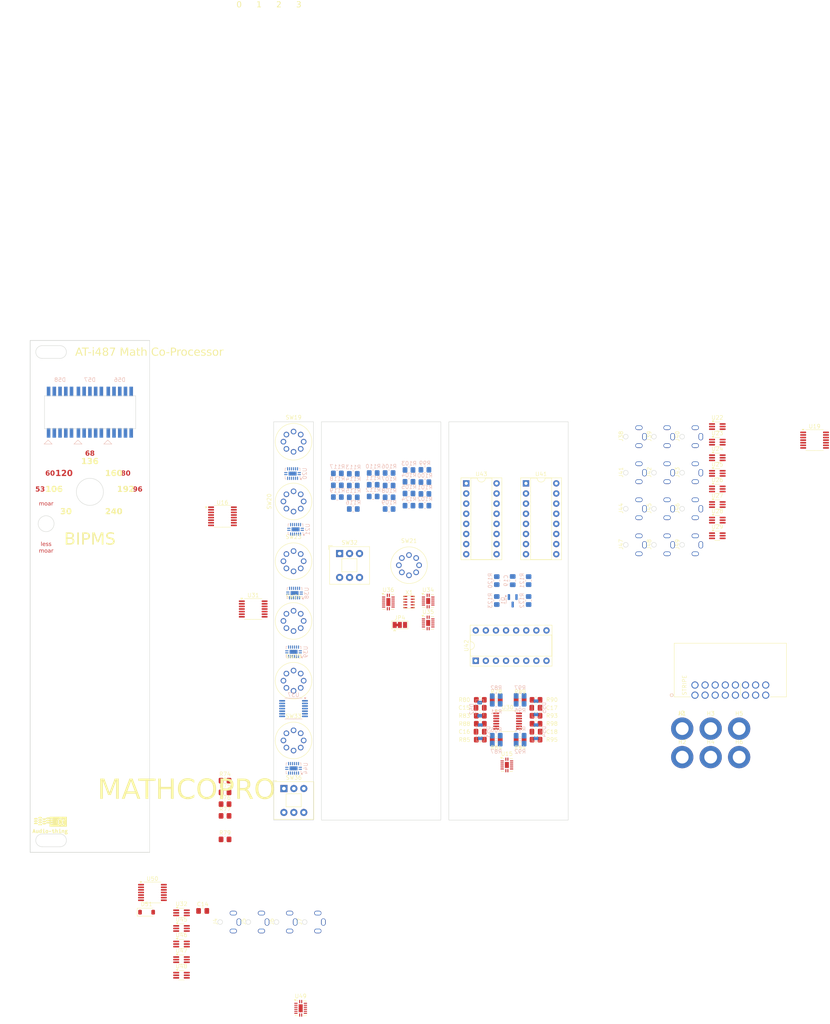
<source format=kicad_pcb>
(kicad_pcb (version 20240108) (generator "pcbnew") (generator_version "8.0")
  (layers (0 "F.Cu" signal) (31 "B.Cu" signal) (34 "B.Paste" user) (35 "F.Paste" user) (36 "B.SilkS" user "B.Silkscreen") (37 "F.SilkS" user "F.Silkscreen") (38 "B.Mask" user) (39 "F.Mask" user) (44 "Edge.Cuts" user))
  (net 0 "")
  (net 1 "GND")
  (net 2 "+5V")
  (net 3 "+12V")
  (net 4 "-12V")
  (net 5 "/Bus/CON_GATE")
  (net 6 "/Bus/CON_CV")
  (net 11 "-12v")
  (net 12 "+12v")
  (net 16 "Half Note A")
  (net 18 "Quarter Note A")
  (net 20 "Eighth Note A")
  (net 22 "16th Trigger")
  (net 31 "Net-(U31B--)")
  (net 32 "Net-(U15B-CP)")
  (net 33 "Net-(U30C-+)")
  (net 34 "Net-(U20-CKEN)")
  (net 35 "Net-(U21-CLK)")
  (net 36 "9 Count")
  (net 37 "Sixteenth Note A")
  (net 38 "8 Count")
  (net 39 "7 Count")
  (net 40 "Net-(U30D-+)")
  (net 41 "4 Count")
  (net 42 "Beat")
  (net 43 "/SEQ/BPM DISP Reset")
  (net 44 "5 Count")
  (net 46 "3 Count")
  (net 47 "6 Count")
  (net 48 "2 Count")
  (net 49 "1 Count")
  (net 50 "12 Count")
  (net 51 "30_{BPM}")
  (net 52 "17 Count")
  (net 53 "10 Count")
  (net 54 "Net-(D51-K)")
  (net 55 "14 Count")
  (net 56 "15 Count")
  (net 57 "13 Count")
  (net 58 "16 Count")
  (net 59 "11 Count")
  (net 60 "Net-(D51-A)")
  (net 64 "Net-(SW13-B)")
  (net 79 "Whole Trigger")
  (net 80 "Net-(D52-A)")
  (net 81 "Net-(D52-K)")
  (net 82 "Net-(D53-A)")
  (net 83 "Net-(D53-K)")
  (net 84 "Net-(D54-A)")
  (net 85 "Net-(D54-K)")
  (net 86 "Net-(D55-K)")
  (net 87 "Net-(D55-A)")
  (net 88 "Net-(D56-Pad5)")
  (net 89 "Net-(D56-Pad10)")
  (net 90 "Net-(D56-Pad6)")
  (net 91 "Net-(D56-Pad2)")
  (net 92 "Net-(D56-Pad1)")
  (net 93 "Net-(D56-Pad9)")
  (net 94 "Net-(D56-Pad4)")
  (net 95 "Net-(D56-Pad7)")
  (net 96 "Net-(D57-Pad9)")
  (net 97 "Net-(D57-Pad10)")
  (net 98 "Net-(D57-Pad1)")
  (net 99 "Net-(D57-Pad4)")
  (net 100 "Net-(D57-Pad7)")
  (net 101 "Net-(D57-Pad2)")
  (net 102 "Net-(D57-Pad6)")
  (net 104 "Net-(D58-Pad2)")
  (net 105 "Net-(D58-Pad1)")
  (net 106 "Net-(D58-Pad10)")
  (net 107 "Net-(D58-Pad4)")
  (net 108 "Net-(D58-Pad6)")
  (net 109 "Net-(D58-Pad7)")
  (net 110 "Net-(D58-Pad9)")
  (net 112 "Bar")
  (net 115 "Phrase")
  (net 118 "Bank A - Ext. Gate")
  (net 119 "Half Trigger")
  (net 120 "Quarter Trigger")
  (net 121 "Eighth Tigger")
  (net 122 "/SEQ/BPM DISP Clock")
  (net 123 "Net-(Q1-B)")
  (net 124 "Net-(U31B-+)")
  (net 125 "Net-(U30C--)")
  (net 126 "Net-(U30D--)")
  (net 127 "/SEQ/A1")
  (net 128 "/SEQ/B1")
  (net 129 "/SEQ/C1")
  (net 130 "/SEQ/D1")
  (net 131 "/SEQ/E1")
  (net 132 "/SEQ/F1")
  (net 133 "/SEQ/G1")
  (net 134 "/SEQ/A2")
  (net 135 "/SEQ/B2")
  (net 136 "/SEQ/C2")
  (net 137 "/SEQ/D2")
  (net 138 "/SEQ/E2")
  (net 139 "/SEQ/F2")
  (net 140 "/SEQ/G2")
  (net 141 "/SEQ/A3")
  (net 142 "/SEQ/B3")
  (net 143 "/SEQ/C3")
  (net 144 "/SEQ/D3")
  (net 145 "/SEQ/E3")
  (net 146 "/SEQ/F3")
  (net 147 "/SEQ/G3")
  (net 148 "/SEQ/128Hz Clock")
  (net 149 "/SEQ/256Hz Clock")
  (net 150 "Net-(SW32A-B)")
  (net 151 "/SEQ/16Hz Clock")
  (net 152 "/SEQ/8Hz Clock")
  (net 153 "Net-(SW36-C)")
  (net 154 "Second Bar")
  (net 155 "4's Count")
  (net 161 "Net-(JP1-A)")
  (net 162 "Net-(JP2-A)")
  (net 163 "Net-(U21-Q0)")
  (net 176 "/SEQ/32.768k Clock")
  (net 177 "/SEQ/2.048k Clock")
  (net 179 "120_{BPM}")
  (net 180 "240_{BPM}")
  (net 183 "160_{BPM}")
  (net 184 "192_{BPM}")
  (net 187 "106_{BPM}")
  (net 190 "137_{BPM}")
  (net 193 "Net-(U39-CLK)")
  (net 196 "Net-(U38-CLK)")
  (net 199 "Net-(JP3-A)")
  (net 201 "23 Count")
  (net 202 "Net-(U38-Q0)")
  (net 203 "24 Count")
  (net 204 "22 Count")
  (net 205 "21 Count")
  (net 206 "20 Count")
  (net 207 "18 Count")
  (net 208 "25 Count")
  (net 210 "19 Count")
  (net 211 "28 Count")
  (net 212 "30 Count")
  (net 213 "32 Count")
  (net 215 "29 Count")
  (net 217 "27 Count")
  (net 218 "31 Count")
  (net 220 "33 Count")
  (net 221 "Eighth Bar")
  (net 222 "Fourth Bar")
  (net 223 "Third Bar")
  (net 224 "Phrase Reset")
  (net 225 "Fifth Bar")
  (net 226 "Sixth Bar")
  (net 229 "First Bar")
  (net 230 "Seventh Bar")
  (net 232 "Bank A - Position")
  (net 234 "Bank A - Sixteenth")
  (net 237 "Bank A - Eighth")
  (net 240 "Bank A - Quarter")
  (net 243 "Bank A - Half")
  (net 244 "/SEQ/On Seventh Trigger")
  (net 245 "Net-(SW37-C)")
  (net 247 "/SEQ/On Sixth Trigger")
  (net 248 "Net-(SW38-C)")
  (net 249 "/SEQ/On Eighth Trigger")
  (net 251 "/SEQ/On Fourth Trigger")
  (net 252 "/SEQ/On Fifth Trigger")
  (net 254 "/SEQ/On Second Trigger")
  (net 255 "/SEQ/On Third Trigger")
  (net 257 "Net-(SW37-B)")
  (net 258 "Net-(U50-Pad2)")
  (net 259 "Net-(SW38-B)")
  (net 261 "Net-(SW15-Pad8)")
  (net 280 "Net-(SW19-Pad7)")
  (net 281 "Net-(SW20-Pad5)")
  (net 282 "Net-(SW20-Pad6)")
  (net 283 "Net-(SW20-Pad7)")
  (net 284 "Net-(JP4-C)")
  (net 285 "26 Count")
  (net 288 "Net-(U30A-+)")
  (net 289 "Net-(U30B-+)")
  (net 290 "Net-(U30A--)")
  (net 291 "Net-(U30B--)")
  (net 294 "Net-(SW32B-B)")
  (footprint "AT-Footprints:RM-SWITCH" (layer "F.Cu") (at 161.375 78.6725)
    (property "Reference" "SW21")
    (property "Value" "BPM _{Coarse}")
  )
  (footprint "AT-Footprints:EURORACK Right Angle" (layer "F.Cu") (at 233.2125 111.3)
    (property "Reference" "J2")
    (property "Value" "OPT EURO")
  )
  (footprint "Package_SO:TSSOP-14_4.4x5mm_P0.65mm" (layer "F.Cu") (at 96.9225 160.835)
    (property "Reference" "U50")
    (property "Value" "74HC08")
  )
  (footprint "AT-Footprints:RM-SWITCH" (layer "F.Cu") (at 132.375 122.6725)
    (property "Reference" "SW33")
    (property "Value" "Phrase Length")
  )
  (footprint "MountingHole:MountingHole_3.2mm_M3_DIN965_Pad" (layer "F.Cu") (at 230.0145 126.856001)
    (property "Reference" "H2")
    (property "Value" "M3")
  )
  (footprint "Package_TO_SOT_SMD:SOT-363_SC-70-6_Handsoldering" (layer "F.Cu") (at 238.8325 47.79)
    (property "Reference" "U23")
    (property "Value" "74LVC1G3157")
  )
  (footprint "AT-Footprints:SJ3" (layer "F.Cu") (at 222.9125 73.56)
    (property "Reference" "J48")
    (property "Value" "1/8 Back Gate")
    (fp_circle (center 0 0) (end 0.6 0) (stroke (width 0.1)) (fill none) (layer "Edge.Cuts"))
  )
  (footprint "AT-Footprints:RM-SWITCH" (layer "F.Cu") (at 132.375 92.6725)
    (property "Reference" "SW24")
    (property "Value" "Bar Length _{Cont}")
  )
  (footprint "AT-Footprints:SJ3" (layer "F.Cu") (at 113.9375 168.26)
    (property "Reference" "J4")
    (property "Value" "Bar End Trigger")
    (fp_circle (center 0 0) (end 0.6 0) (stroke (width 0.1)) (fill none) (layer "Edge.Cuts"))
  )
  (footprint "AT-Footprints:Reverse Mount WL-S7DS_0.2INCH" (layer "F.Cu") (at 88.7125 40.26)
    (property "Reference" "D56")
    (property "Value" "BPM DISP Ones")
  )
  (footprint "AT-Footprints:SJ3" (layer "F.Cu") (at 135.1625 168.26)
    (property "Reference" "J7")
    (property "Value" "Gate In - Bank A")
    (fp_circle (center 0 0) (end 0.6 0) (stroke (width 0.1)) (fill none) (layer "Edge.Cuts"))
  )
  (footprint "Package_DIP:DIP-16_W7.62mm_Socket" (layer "F.Cu") (at 178.135 102.6725 90)
    (property "Reference" "U42")
    (property "Value" "40110")
  )
  (footprint "Jumper:SolderJumper-3_P1.3mm_Bridged12_Pad1.0x1.5mm" (layer "F.Cu") (at 159.075 93.6725)
    (property "Reference" "JP4")
    (property "Value" "SET BPM Upper")
  )
  (footprint "Resistor_SMD:R_0805_2012Metric_Pad1.20x1.40mm_HandSolder" (layer "F.Cu") (at 193.2875 122.4725 180)
    (property "Reference" "R95")
    (property "Value" "1k")
  )
  (footprint "Button_Switch_THT:SW_Push_2P2T_Toggle_CK_PVA2OAH5xxxxxxV2" (layer "F.Cu") (at 143.9475 75.745)
    (property "Reference" "SW32")
    (property "Value" "BPM Range")
  )
  (footprint "AT-Footprints:SJ3" (layer "F.Cu") (at 215.8375 73.56)
    (property "Reference" "J47")
    (property "Value" "1/4 Back Gate")
    (fp_circle (center 0 0) (end 0.6 0) (stroke (width 0.1)) (fill none) (layer "Edge.Cuts"))
  )
  (footprint "Resistor_SMD:R_0805_2012Metric_Pad1.20x1.40mm_HandSolder" (layer "F.Cu") (at 183.2875 112.4725)
    (property "Reference" "R78")
    (property "Value" "100k")
  )
  (footprint "Resistor_SMD:R_0805_2012Metric_Pad1.20x1.40mm_HandSolder" (layer "F.Cu") (at 193.2875 112.4725 180)
    (property "Reference" "R90")
    (property "Value" "1k")
  )
  (footprint "Resistor_SMD:R_0805_2012Metric_Pad1.20x1.40mm_HandSolder" (layer "F.Cu") (at 115.1625 132.76)
    (property "Reference" "R74")
    (property "Value" "100k")
  )
  (footprint "Resistor_SMD:R_0805_2012Metric_Pad1.20x1.40mm_HandSolder" (layer "F.Cu") (at 115.1625 138.66)
    (property "Reference" "R76")
    (property "Value" "2.2k")
  )
  (footprint "AT-Footprints:at-logo" (layer "F.Cu") (at 71.368236 141.490441)
    (property "Reference" "G***" (hide yes))
    (property "Value" "LOGO" (hide yes))
  )
  (footprint "Package_DIP:DIP-16_W7.62mm_Socket" (layer "F.Cu") (at 190.755 58.1325)
    (property "Reference" "U41")
    (property "Value" "40110")
  )
  (footprint "Capacitor_SMD:C_0805_2012Metric_Pad1.18x1.45mm_HandSolder" (layer "F.Cu") (at 179.25 114.4725)
    (property "Reference" "C15")
    (property "Value" "10nf")
  )
  (footprint "Resistor_SMD:R_0805_2012Metric_Pad1.20x1.40mm_HandSolder" (layer "F.Cu") (at 179.2875 116.4725)
    (property "Reference" "R83")
    (property "Value" "100k")
  )
  (footprint "Package_DFN_QFN:DHVQFN-16-1EP_2.5x3.5mm_P0.5mm_EP1x2mm" (layer "F.Cu") (at 134.1625 189.91)
    (property "Reference" "U49")
    (property "Value" "4017")
  )
  (footprint "Package_TO_SOT_SMD:SOT-363_SC-70-6_Handsoldering" (layer "F.Cu") (at 104.2225 181.615)
    (property "Reference" "U48")
    (property "Value" "74LVC1G3157")
  )
  (footprint "AT-Footprints:RM-SWITCH" (layer "F.Cu") (at 132.375 107.6725)
    (property "Reference" "SW25")
    (property "Value" "Bar Length _{Cont}")
  )
  (footprint "Package_TO_SOT_SMD:SOT-363_SC-70-6_Handsoldering" (layer "F.Cu") (at 238.8325 71.28)
    (property "Reference" "U29")
    (property "Value" "74LVC1G3157")
  )
  (footprint "AT-Footprints:SJ3" (layer "F.Cu") (at 229.9875 55.46)
    (property "Reference" "J43")
    (property "Value" "1/4 Front Gate")
    (fp_circle (center 0 0) (end 0.6 0) (stroke (width 0.1)) (fill none) (layer "Edge.Cuts"))
  )
  (footprint "Resistor_SMD:R_0805_2012Metric_Pad1.20x1.40mm_HandSolder" (layer "F.Cu") (at 193.2875 116.4725 180)
    (property "Reference" "R93")
    (property "Value" "100k")
  )
  (footprint "MountingHole:MountingHole_3.2mm_M3_DIN965_Pad" (layer "F.Cu") (at 244.3145 119.706001)
    (property "Reference" "H5")
    (property "Value" "M3")
  )
  (footprint "Resistor_SMD:R_0805_2012Metric_Pad1.20x1.40mm_HandSolder" (layer "F.Cu") (at 115.1625 141.61)
    (property "Reference" "R77")
    (property "Value" "100k")
  )
  (footprint "Resistor_SMD:R_0805_2012Metric_Pad1.20x1.40mm_HandSolder" (layer "F.Cu") (at 179.2875 118.4725)
    (property "Reference" "R88")
    (property "Value" "100k")
  )
  (footprint "Package_TO_SOT_SMD:SOT-363_SC-70-6_Handsoldering" (layer "F.Cu") (at 238.8325 63.45)
    (property "Reference" "U27")
    (property "Value" "74LVC1G3157")
  )
  (footprint "AT-Footprints:SJ3" (layer "F.Cu") (at 215.8375 46.41)
    (property "Reference" "J38")
    (property "Value" "1/2 Trigger")
    (fp_circle (center 0 0) (end 0.6 0) (stroke (width 0.1)) (fill none) (layer "Edge.Cuts"))
  )
  (footprint "MountingHole:MountingHole_3.2mm_M3_DIN965_Pad" (layer "F.Cu") (at 244.3145 126.856001)
    (property "Reference" "H6")
    (property "Value" "M3")
  )
  (footprint "Package_DFN_QFN:DHVQFN-16-1EP_2.5x3.5mm_P0.5mm_EP1x2mm" (layer "F.Cu") (at 156.1875 87.9225)
    (property "Reference" "U36")
    (property "Value" "4017")
  )
  (footprint "Package_TO_SOT_SMD:SOT-363_SC-70-6_Handsoldering" (layer "F.Cu") (at 104.2225 165.955)
    (property "Reference" "U32")
    (property "Value" "74LVC1G3157")
  )
  (footprint "Package_TO_SOT_SMD:SOT-363_SC-70-6_Handsoldering" (layer "F.Cu") (at 238.8325 67.365)
    (property "Reference" "U28")
    (property "Value" "74LVC1G3157")
  )
  (footprint "AT-Footprints:SJ3" (layer "F.Cu") (at 222.9125 64.51)
    (property "Reference" "J45")
    (property "Value" "1/16 Front Gate")
    (fp_circle (center 0 0) (end 0.6 0) (stroke (width 0.1)) (fill none) (layer "Edge.Cuts"))
  )
  (footprint "Package_TO_SOT_SMD:SOT-363_SC-70-6_Handsoldering" (layer "F.Cu") (at 238.8325 59.535)
    (property "Reference" "U26")
    (property "Value" "74LVC1G3157")
  )
  (footprint "Package_DFN_QFN:DHVQFN-14-1EP_2.5x3mm_P0.5mm_EP1x1.5mm" (layer "F.Cu") (at 166.1875 93.1725)
    (property "Reference" "U35")
    (property "Value" "NEX 74HC393BQ,115")
  )
  (footprint "Package_TO_SOT_SMD:SOT-363_SC-70-6_Handsoldering" (layer "F.Cu") (at 238.8325 55.62)
    (property "Reference" "U25")
    (property "Value" "74LVC1G3157")
  )
  (footprint "AT-Footprints:SJ3" (layer "F.Cu") (at 215.8375 64.51)
    (property "Reference" "J44")
    (property "Value" "1/8 Front Gate")
    (fp_circle (center 0 0) (end 0.6 0) (stroke (width 0.1)) (fill none) (layer "Edge.Cuts"))
  )
  (footprint "Capacitor_SMD:C_0805_2012Metric_Pad1.18x1.45mm_HandSolder" (layer "F.Cu") (at 193.25 114.4725 180)
    (property "Reference" "C17")
    (property "Value" "10nf")
  )
  (footprint "Diode_SMD:D_SOD-123" (layer "F.Cu") (at 95.4575 165.78)
    (property "Reference" "D51")
    (property "Value" "1N4148W")
  )
  (footprint "Resistor_SMD:R_0805_2012Metric_Pad1.20x1.40mm_HandSolder" (layer "F.Cu") (at 189.2875 112.4725 180)
    (property "Reference" "R89")
    (property "Value" "100k")
  )
  (footprint "AT-Footprints:Reverse Mount WL-S7DS_0.2INCH" (layer "F.Cu") (at 73.7125 40.26)
    (property "Reference" "D58")
    (property "Value" "BPM DISP Hundreds")
  )
  (footprint "AT-Footprints:TG-3541CE" (layer "F.Cu") (at 161.412501 86.0225)
    (property "Reference" "X1")
    (property "Value" "~")
  )
  (footprint "AT-Footprints:SJ3" (layer "F.Cu") (at 121.0125 168.26)
    (property "Reference" "J5")
    (property "Value" "Beat Clock Out")
    (fp_circle (center 0 0) (end 0.6 0) (stroke (width 0.1)) (fill none) (layer "Edge.Cuts"))
  )
  (footprint "AT-Footprints:Reverse Mount WL-S7DS_0.2INCH" (layer "F.Cu") (at 81.2125 40.26)
    (property "Reference" "D57")
    (property "Value" "BPM DISP Tens")
  )
  (footprint "Package_DFN_QFN:DHVQFN-14-1EP_2.5x3mm_P0.5mm_EP1x1.5mm" (layer "F.Cu") (at 185.9625 128.8225)
    (property "Reference" "U15")
    (property "Value" "NEX 74HC393BQ,115")
  )
  (footprint "AT-Footprints:SJ3" (layer "F.Cu") (at 229.9875 64.51)
    (property "Reference" "J46")
    (property "Value" "1/2 Back Gate")
    (fp_circle (center 0 0) (end 0.6 0) (stroke (width 0.1)) (fill none) (layer "Edge.Cuts"))
  )
  (footprint "Resistor_SMD:R_0805_2012Metric_Pad1.20x1.40mm_HandSolder" (layer "F.Cu") (at 189.2875 122.4725 180)
    (property "Reference" "R94")
    (property "Value" "100k")
  )
  (footprint "AT-Footprints:SJ3" (layer "F.Cu") (at 215.8375 55.46)
    (property "Reference" "J41")
    (property "Value" "1/16 Trigger")
    (fp_circle (center 0 0) (end 0.6 0) (stroke (width 0.1)) (fill none) (layer "Edge.Cuts"))
  )
  (footprint "Package_TO_SOT_SMD:SOT-363_SC-70-6_Handsoldering" (layer "F.Cu") (at 104.2225 169.87)
    (property "Reference" "U45")
    (property "Value" "74LVC1G3157")
  )
  (footprint "MountingHole:MountingHole_3.2mm_M3_DIN965_Pad" (layer "F.Cu") (at 230.0145 119.706001)
    (property "Reference" "H1")
    (property "Value" "M3")
  )
  (footprint "AT-Footprints:SJ3" (layer "F.Cu") (at 229.9875 46.41)
    (property "Reference" "J40")
    (property "Value" "1/8 Trigger")
    (fp_circle (center 0 0) (end 0.6 0) (stroke (width 0.1)) (fill none) (layer "Edge.Cuts"))
  )
  (footprint "MountingHole:MountingHole_3.2mm_M3_DIN965_Pad" (layer "F.Cu") (at 237.1645 126.856001)
    (property "Reference" "H4")
    (property "Value" "M3")
  )
  (footprint "Resistor_SMD:R_0805_2012Metric_Pad1.20x1.40mm_HandSolder" (layer "F.Cu") (at 115.1625 135.71)
    (property "Reference" "R75")
    (property "Value" "2.7k")
  )
  (footprint "Capacitor_SMD:C_0805_2012Metric_Pad1.18x1.45mm_HandSolder" (layer "F.Cu") (at 179.25 120.4725)
    (property "Reference" "C16")
    (property "Value" "10nf")
  )
  (footprint "Package_SO:TSSOP-14_4.4x5mm_P0.65mm" (layer "F.Cu") (at 122.2375 89.6725)
    (property "Reference" "U31")
    (property "Value" "TL074")
  )
  (footprint "AT-Footprints:SJ3" (layer "F.Cu") (at 222.9125 46.41)
    (property "Reference" "J39")
    (property "Value" "1/4 Trigger")
    (fp_circle (center 0 0) (end 0.6 0) (stroke (width 0.1)) (fill none) (layer "Edge.Cuts"))
  )
  (footprint "Package_DFN_QFN:DHVQFN-14-1EP_2.5x3mm_P0.5mm_EP1x1.5mm" (layer "F.Cu") (at 166.1875 87.6725)
    (property "Reference" "U34")
    (property "Value" "NEX 74HC393BQ,115")
  )
  (footprint "Package_TO_SOT_SMD:SOT-363_SC-70-6_Handsoldering" (layer "F.Cu") (at 238.8325 51.705)
    (property "Reference" "U24")
    (property "Value" "74LVC1G3157")
  )
  (footprint "Resistor_SMD:R_0805_2012Metric_Pad1.20x1.40mm_HandSolder" (layer "F.Cu") (at 183.2875 122.4725)
    (property "Reference" "R84")
    (property "Value" "100k")
  )
  (footprint "AT-Footprints:SJ3" (layer "F.Cu") (at 222.9125 55.46)
    (property "Reference" "J42")
    (property "Value" "1/2 Front Gate")
    (fp_circle (center 0 0) (end 0.6 0) (stroke (width 0.1)) (fill none) (layer "Edge.Cuts"))
  )
  (footprint "AT-Footprints:SJ3" (layer "F.Cu") (at 229.9875 73.56)
    (property "Reference" "J49")
    (property "Value" "1/16 Back Gate")
    (fp_circle (center 0 0) (end 0.6 0) (stroke (width 0.1)) (fill none) (layer "Edge.Cuts"))
  )
  (footprint "MountingHole:MountingHole_3.2mm_M3_DIN965_Pad" (layer "F.Cu") (at 237.1645 119.706001)
    (property "Reference" "H3")
    (property "Value" "M3")
  )
  (footprint "AT-Footprints:RM-SWITCH" (layer "F.Cu") (at 132.375 77.6725)
    (property "Reference" "SW23")
    (property "Value" "Bar Length _{Cont}")
  )
  (footprint "Button_Switch_THT:SW_Push_2P2T_Toggle_CK_PVA2OAH5xxxxxxV2" (layer "F.Cu") (at 129.9475 134.745)
    (property "Reference" "SW36")
    (property "Value" "Single Bar")
  )
  (footprint "Resistor_SMD:R_0805_2012Metric_Pad1.20x1.40mm_HandSolder" (layer "F.Cu") (at 193.2875 118.4725 180)
    (property "Reference" "R98")
    (property "Value" "100k")
  )
  (footprint "Resistor_SMD:R_0805_2012Metric_Pad1.20x1.40mm_HandSolder" (layer "F.Cu") (at 179.2875 122.4725)
    (property "Reference" "R85")
    (property "Value" "1k")
  )
  (footprint "Resistor_SMD:R_0805_2012Metric_Pad1.20x1.40mm_HandSolder" (layer "F.Cu") (at 115.1625 147.51)
    (property "Reference" "R79")
    (property "Value" "1k")
  )
  (footprint "AT-Footprints:SJ3" (layer "F.Cu") (at 128.0875 168.26)
    (property "Reference" "J6")
    (property "Value" "Phrase End Trigger")
    (fp_circle (center 0 0) (end 0.6 0) (stroke (width 0.1)) (fill none) (layer "Edge.Cuts"))
  )
  (footprint "AT-Footprints:RM-SWITCH" (layer "F.Cu") (at 132.375 47.6725)
    (property "Reference" "SW19")
    (property "Value" "Bar Length _{Coarse}")
  )
  (footprint "Package_TO_SOT_SMD:SOT-363_SC-70-6_Handsoldering" (layer "F.Cu") (at 104.2225 177.7)
    (property "Reference" "U47")
    (property "Value" "74LVC1G3157")
  )
  (footprint "Package_TO_SOT_SMD:SOT-363_SC-70-6_Handsoldering" (layer "F.Cu") (at 104.2225 173.785)
    (property "Reference" "U46")
    (property "Value" "74LVC1G3157")
  )
  (footprint "Package_SO:TSSOP-14_4.4x5mm_P0.65mm" (layer "F.Cu") (at 186.15 117.8225)
    (property "Reference" "U30")
    (property "Value" "TL074")
  )
  (footprint "Package_SO:TSSOP-16_4.4x5mm_P0.65mm" (layer "F.Cu") (at 114.5125 66.3975)
    (property "Reference" "U16")
    (property "Value" "40106")
  )
  (footprint "Capacitor_SMD:C_0805_2012Metric_Pad1.18x1.45mm_HandSolder" (layer "F.Cu") (at 109.5525 165.47)
    (property "Reference" "C14")
    (property "Value" "10nf")
  )
  (footprint "Package_SO:TSSOP-14_4.4x5mm_P0.65mm" (layer "F.Cu") (at 263.265 47.28)
    (property "Reference" "U19")
    (property "Value" "74HC08")
  )
  (footprint "Resistor_SMD:R_0805_2012Metric_Pad1.20x1.40mm_HandSolder" (layer "F.Cu") (at 179.2875 112.4725)
    (property "Reference" "R80")
    (property "Value" "1k")
  )
  (footprint "Capacitor_SMD:C_0805_2012Metric_Pad1.18x1.45mm_HandSolder" (layer "F.Cu") (at 193.2875 120.4725 180)
    (property "Reference" "C18")
    (property "Value" "10nf")
  )
  (footprint "Package_DIP:DIP-16_W7.62mm_Socket" (layer "F.Cu") (at 175.755 58.1325)
    (property "Reference" "U43")
    (property "Value" "40110")
  )
  (footprint "Package_TO_SOT_SMD:SOT-363_SC-70-6_Handsoldering" (layer "F.Cu") (at 238.8325 43.875)
    (property "Reference" "U22")
    (property "Value" "74LVC1G3157")
  )
  (footprint "AT-Footprints:RM-SWITCH" (layer "F.Cu") (at 132.375 62.6725 90)
    (property "Reference" "SW20")
    (property "Value" "Bar Length _{Cont}")
  )
  (footprint "Resistor_SMD:R_0805_2012Metric_Pad1.20x1.40mm_HandSolder" (layer "B.Cu") (at 165.375 63.7225 180)
    (property "Reference" "R102")
    (property "Value" "150R")
  )
  (footprint "Package_DFN_QFN:DHVQFN-16-1EP_2.5x3.5mm_P0.5mm_EP1x2mm" (layer "B.Cu") (at 132.375 100.4225 90)
    (property "Reference" "U39")
    (property "Value" "4017")
  )
  (footprint "Resistor_SMD:R_0805_2012Metric_Pad1.20x1.40mm_HandSolder" (layer "B.Cu") (at 147.375 64.5725 180)
    (property "Reference" "R116")
    (property "Value" "150R")
  )
  (footprint "Resistor_SMD:R_0805_2012Metric_Pad1.20x1.40mm_HandSolder" (layer "B.Cu") (at 183.425 87.5475 -90)
    (property "Reference" "R123")
    (property "Value" "2k")
  )
  (footprint "Resistor_SMD:R_0805_2012Metric_Pad1.20x1.40mm_HandSolder" (layer "B.Cu") (at 183.2875 111.5225)
    (property "Reference" "R82")
    (property "Value" "2.2k")
  )
  (footprint "Resistor_SMD:R_0805_2012Metric_Pad1.20x1.40mm_HandSolder" (layer "B.Cu") (at 161.375 63.7225 180)
    (property "Reference" "R124")
    (property "Value" "150R")
  )
  (footprint "Diode_SMD:D_SOD-123" (layer "B.Cu") (at 193.2875 120.4725 90)
    (property "Reference" "D54")
    (property "Value" "1N4148W")
  )
  (footprint "Resistor_SMD:R_0805_2012Metric_Pad1.20x1.40mm_HandSolder" (layer "B.Cu") (at 191.425 82.5475 -90)
    (property "Reference" "R121")
    (property "Value" "1k")
  )
  (footprint "Resistor_SMD:R_0805_2012Metric_Pad1.20x1.40mm_HandSolder" (layer "B.Cu") (at 156.375 58.6725 180)
    (property "Reference" "R107")
    (property "Value" "150R")
  )
  (footprint "Resistor_SMD:R_0805_2012Metric_Pad1.20x1.40mm_HandSolder" (layer "B.Cu") (at 165.375 57.8225 180)
    (property "Reference" "R100")
    (property "Value" "150R")
  )
  (footprint "Resistor_SMD:R_0805_2012Metric_Pad1.20x1.40mm_HandSolder" (layer "B.Cu") (at 161.375 60.6725 180)
    (property "Reference" "R105")
    (property "Value" "150R")
  )
  (footprint "Package_DFN_QFN:DHVQFN-16-1EP_2.5x3.5mm_P0.5mm_EP1x2mm" (layer "B.Cu") (at 132.625 85.6725 90)
    (property "Reference" "U38")
    (property "Value" "4017")
  )
  (footprint "Resistor_SMD:R_0805_2012Metric_Pad1.20x1.40mm_HandSolder" (layer "B.Cu") (at 152.375 61.4225 180)
    (property "Reference" "R112")
    (property "Value" "150R")
  )
  (footprint "Resistor_SMD:R_0805_2012Metric_Pad1.20x1.40mm_HandSolder" (layer "B.Cu") (at 156.375 61.6225 180)
    (property "Reference" "R108")
    (property "Value" "150R")
  )
  (footprint "Diode_SMD:D_SOD-123" (layer "B.Cu") (at 179.15 114.8225 -90)
    (property "Reference" "D52")
    (property "Value" "1N4148W")
  )
  (footprint "Capacitor_SMD:C_0805_2012Metric_Pad1.18x1.45mm_HandSolder" (layer "B.Cu") (at 187.425 82.5475 -90)
    (property "Reference" "C19")
    (property "Value" "100nf")
  )
  (footprint "Resistor_SMD:R_0805_2012Metric_Pad1.20x1.40mm_HandSolder" (layer "B.Cu") (at 183.2875 121.4725)
    (property "Reference" "R86")
    (property "Value" "2.7k")
  )
  (footprint "Package_SO:TSSOP-14_4.4x5mm_P0.65mm" (layer "B.Cu") (at 132.375 114.6725 180)
    (property "Reference" "U37")
    (property "Value" "74HC08")
  )
  (footprint "Resistor_SMD:R_0805_2012Metric_Pad1.20x1.40mm_HandSolder" (layer "B.Cu") (at 161.375 57.7225 180)
    (property "Reference" "R104")
    (property "Value" "150R")
  )
  (footprint "Resistor_SMD:R_0805_2012Metric_Pad1.20x1.40mm_HandSolder" (layer "B.Cu") (at 189.2875 111.4725)
    (property "Reference" "R97")
    (property "Value" "2.2k")
  )
  (footprint "Resistor_SMD:R_0805_2012Metric_Pad1.20x1.40mm_HandSolder" (layer "B.Cu") (at 152.375 58.4725 180)
    (property "Reference" "R111")
    (property "Value" "150R")
  )
  (footprint "Resistor_SMD:R_0805_2012Metric_Pad1.20x1.40mm_HandSolder" (layer "B.Cu") (at 183.425 82.5475 -90)
    (property "Reference" "R120")
    (property "Value" "3k3")
  )
  (footprint "Resistor_SMD:R_0805_2012Metric_Pad1.20x1.40mm_HandSolder" (layer "B.Cu") (at 143.375 61.5725 180)
    (property "Reference" "R119")
    (property "Value" "150R")
  )
  (footprint "Resistor_SMD:R_0805_2012Metric_Pad1.20x1.40mm_HandSolder" (layer "B.Cu") (at 143.375 58.6225 180)
    (property "Reference" "R118")
    (property "Value" "150R")
  )
  (footprint "Resistor_SMD:R_0805_2012Metric_Pad1.20x1.40mm_HandSolder" (layer "B.Cu") (at 143.375 55.6225 180)
    (property "Reference" "R117")
    (property "Value" "150R")
  )
  (footprint "Resistor_SMD:R_0805_2012Metric_Pad1.20x1.40mm_HandSolder" (layer "B.Cu") (at 165.375 54.7225 180)
    (property "Reference" "R99")
    (property "Value" "150R")
  )
  (footprint "Package_DFN_QFN:DHVQFN-16-1EP_2.5x3.5mm_P0.5mm_EP1x2mm" (layer "B.Cu") (at 132.874999 69.6725 90)
    (property "Reference" "U21")
    (property "Value" "4017")
  )
  (footprint "Resistor_SMD:R_0805_2012Metric_Pad1.20x1.40mm_HandSolder" (layer "B.Cu") (at 165.375 60.7725 180)
    (property "Reference" "R101")
    (property "Value" "150R")
  )
  (footprint "Resistor_SMD:R_0805_2012Metric_Pad1.20x1.40mm_HandSolder" (layer "B.Cu") (at 189.2875 123.4725 180)
    (property "Reference" "R92")
    (property "Value" "2.2k")
  )
  (footprint "Diode_SMD:D_SOD-123" (layer "B.Cu") (at 179.2875 120.4725 90)
    (property "Reference" "D53")
    (property "Value" "1N4148W")
  )
  (footprint "Resistor_SMD:R_0805_2012Metric_Pad1.20x1.40mm_HandSolder" (layer "B.Cu") (at 147.375 55.7225 180)
    (property "Reference" "R113")
    (property "Value" "150R")
  )
  (footprint "Resistor_SMD:R_0805_2012Metric_Pad1.20x1.40mm_HandSolder" (layer "B.Cu") (at 191.425 87.5475 -90)
    (property "Reference" "R122")
    (property "Value" "20k")
  )
  (footprint "Resistor_SMD:R_0805_2012Metric_Pad1.20x1.40mm_HandSolder" (layer "B.Cu") (at 189.2875 121.4725 180)
    (property "Reference" "R91")
    (property "Value" "2.7k")
  )
  (footprint "Package_TO_SOT_SMD:SOT-23" (layer "B.Cu") (at 187.425 87.61 -90)
    (property "Reference" "Q1")
    (property "Value" "MMBT2222A")
  )
  (footprint "Diode_SMD:D_SOD-123" (layer "B.Cu") (at 193.2875 114.4725 90)
    (property "Reference" "D55")
    (property "Value" "1N4148W")
  )
  (footprint "Resistor_SMD:R_0805_2012Metric_Pad1.20x1.40mm_HandSolder" (layer "B.Cu") (at 183.2875 113.4725)
    (property "Reference" "R81")
    (property "Value" "2.7k")
  )
  (footprint "Resistor_SMD:R_0805_2012Metric_Pad1.20x1.40mm_HandSolder" (layer "B.Cu") (at 152.375 55.5225 180)
    (property "Reference" "R110")
    (property "Value" "150R")
  )
  (footprint "Resistor_SMD:R_0805_2012Metric_Pad1.20x1.40mm_HandSolder" (layer "B.Cu") (at 161.375 54.7725 180)
    (property "Reference" "R103")
    (property "Value" "150R")
  )
  (footprint "Package_DFN_QFN:DHVQFN-16-1EP_2.5x3.5mm_P0.5mm_EP1x2mm" (layer "B.Cu") (at 132.125 55.6725 90)
    (property "Reference" "U20")
    (property "Value" "4017")
  )
  (footprint "Resistor_SMD:R_0805_2012Metric_Pad1.20x1.40mm_HandSolder" (layer "B.Cu") (at 183.2875 123.4725)
    (property "Reference" "R87")
    (property "Value" "2.2k")
  )
  (footprint "Resistor_SMD:R_0805_2012Metric_Pad1.20x1.40mm_HandSolder" (layer "B.Cu") (at 147.375 58.6725 180)
    (property "Reference" "R114")
    (property "Value" "150R")
  )
  (footprint "Resistor_SMD:R_0805_2012Metric_Pad1.20x1.40mm_HandSolder" (layer "B.Cu") (at 189.2875 113.472498)
    (property "Reference" "R96")
    (property "Value" "2.7k")
  )
  (footprint "Resistor_SMD:R_0805_2012Metric_Pad1.20x1.40mm_HandSolder" (layer "B.Cu") (at 156.375 55.5225 180)
    (property "Reference" "R106")
    (property "Value" "150R")
  )
  (footprint "Resistor_SMD:R_0805_2012Metric_Pad1.20x1.40mm_HandSolder" (layer "B.Cu") (at 156.375 64.5725 180)
    (property "Reference" "R109")
    (property "Value" "150R")
  )
  (footprint "Package_DFN_QFN:DHVQFN-16-1EP_2.5x3.5mm_P0.5mm_EP1x2mm" (layer "B.Cu") (at 132.375 129.6725 90)
    (property "Reference" "U44")
    (property "Value" "4017")
  )
  (footprint "Resistor_SMD:R_0805_2012Metric_Pad1.20x1.40mm_HandSolder" (layer "B.Cu") (at 147.375 61.6225 180)
    (property "Reference" "R115")
    (property "Value" "150R")
  )
  (gr_arc (start 69.2125 149.36) (mid 67.6125 147.76) (end 69.2125 146.16) (stroke (width 0.1)) (layer "Edge.Cuts"))
  (gr_circle (center 70.2125 68.26) (end 72.2125 68.26) (stroke (width 0.1)) (fill none) (layer "Edge.Cuts"))
  (gr_line (start 69.2125 26.76) (end 73.7125 26.76) (stroke (width 0.1)) (layer "Edge.Cuts"))
  (gr_arc (start 69.2125 26.76) (mid 67.6125 25.16) (end 69.2125 23.56) (stroke (width 0.1)) (layer "Edge.Cuts"))
  (gr_rect (start 139.375 42.6725) (end 169.375 142.6725) (stroke (width 0.1)) (fill none) (layer "Edge.Cuts"))
  (gr_line (start 96.2125 22.26) (end 96.2125 150.76) (stroke (width 0.1)) (layer "Edge.Cuts"))
  (gr_line (start 73.7125 149.36) (end 69.2125 149.36) (stroke (width 0.1)) (layer "Edge.Cuts"))
  (gr_rect (start 171.375 42.6725) (end 201.375 142.6725) (stroke (width 0.1)) (fill none) (layer "Edge.Cuts"))
  (gr_line (start 69.2125 146.16) (end 73.7125 146.16) (stroke (width 0.1)) (layer "Edge.Cuts"))
  (gr_arc (start 73.7125 23.56) (mid 75.3125 25.16) (end 73.7125 26.76) (stroke (width 0.1)) (layer "Edge.Cuts"))
  (gr_rect (start 127.375 42.6725) (end 137.375 142.6725) (stroke (width 0.1)) (fill none) (layer "Edge.Cuts"))
  (gr_line (start 66.2125 150.76) (end 96.2125 150.76) (stroke (width 0.15)) (layer "Edge.Cuts"))
  (gr_line (start 69.8125 36.16) (end 92.7125 36.16) (stroke (width 0.1)) (layer "Edge.Cuts"))
  (gr_arc (start 73.7125 146.16) (mid 75.3125 147.76) (end 73.7125 149.36) (stroke (width 0.1)) (layer "Edge.Cuts"))
  (gr_line (start 92.7125 44.41) (end 92.7125 36.16) (stroke (width 0.1)) (layer "Edge.Cuts"))
  (gr_line (start 66.2125 22.26) (end 96.2125 22.26) (stroke (width 0.15)) (layer "Edge.Cuts"))
  (gr_line (start 73.7125 23.56) (end 69.2125 23.56) (stroke (width 0.1)) (layer "Edge.Cuts"))
  (gr_line (start 66.2125 150.76) (end 66.2125 22.26) (stroke (width 0.15)) (layer "Edge.Cuts"))
  (gr_circle (center 81.2125 60.26) (end 84.6125 60.26) (stroke (width 0.1)) (fill none) (layer "Edge.Cuts"))
  (gr_line (start 69.8125 44.41) (end 69.8125 36.16) (stroke (width 0.1)) (layer "Edge.Cuts"))
  (gr_line (start 92.7125 44.41) (end 69.8125 44.41) (stroke (width 0.1)) (layer "Edge.Cuts"))
  (gr_text "96" (at 93.2125 59.66 0) (layer "F.Cu") (effects (font (size 1.25 1.25) (thickness 0.25) (bold yes) (italic yes))))
  (gr_text "moar" (at 70.2125 63.26 0) (layer "F.Cu") (effects (font (size 1 1))))
  (gr_text "80" (at 90.2125 55.66 0) (layer "F.Cu") (effects (font (size 1.25 1.25) (thickness 0.25) (bold yes) (italic yes))))
  (gr_text "68" (at 81.2125 50.66 0) (layer "F.Cu") (effects (font (size 1.25 1.25) (thickness 0.25) (bold yes) (italic yes))))
  (gr_text "60" (at 71.2125 55.66 0) (layer "F.Cu") (effects (font (size 1.25 1.25) (thickness 0.25) (bold yes) (italic yes))))
  (gr_text "53" (at 68.7125 59.66 0) (layer "F.Cu") (effects (font (size 1.25 1.25) (thickness 0.25) (bold yes) (italic yes))))
  (gr_text "120" (at 74.7125 55.66 0) (layer "F.Cu") (effects (font (size 1.5 1.5) (thickness 0.3) (bold yes))))
  (gr_text "less\nmoar" (at 70.2125 74.26 0) (layer "F.Cu") (effects (font (size 1 1))))
  (gr_text "AT-i487 Math Co-Processor" (at 77.5125 25.26 0) (layer "F.SilkS") (effects (font (size 2 2) (thickness 0.1)) (justify left)))
  (gr_text "0" (at 118.6955 -61.99 0) (layer "F.SilkS") (effects (font (size 1.5 1.5) (thickness 0.1))))
  (gr_text "160" (at 87.2125 55.66 0) (layer "F.SilkS") (effects (font (size 1.5 1.5) (thickness 0.3) (bold yes))))
  (gr_text "MATHCOPRO" (at 105.5125 135.26 0) (layer "F.SilkS") (effects (font (size 5 5) (thickness 0.1))))
  (gr_text "3" (at 133.6955 -61.99 0) (layer "F.SilkS") (effects (font (size 1.5 1.5) (thickness 0.1))))
  (gr_text "106" (at 72.2125 59.66 0) (layer "F.SilkS") (effects (font (size 1.5 1.5) (thickness 0.3) (bold yes))))
  (gr_text "192" (at 90.2125 59.66 0) (layer "F.SilkS") (effects (font (size 1.5 1.5) (thickness 0.3) (bold yes))))
  (gr_text "1" (at 123.6955 -61.99 0) (layer "F.SilkS") (effects (font (size 1.5 1.5) (thickness 0.1))))
  (gr_text "2" (at 128.6955 -61.99 0) (layer "F.SilkS") (effects (font (size 1.5 1.5) (thickness 0.1))))
  (gr_text "240" (at 87.2125 65.26 0) (layer "F.SilkS") (effects (font (size 1.5 1.5) (thickness 0.3) (bold yes))))
  (gr_text "30" (at 75.2125 65.26 0) (layer "F.SilkS") (effects (font (size 1.5 1.5) (thickness 0.3) (bold yes))))
  (gr_text "136" (at 81.2125 52.66 0) (layer "F.SilkS") (effects (font (size 1.5 1.5) (thickness 0.3) (bold yes))))
  (gr_text "BIPMS" (at 81.2125 72.26 0) (layer "F.SilkS") (effects (font (size 3 3))))
)
</source>
